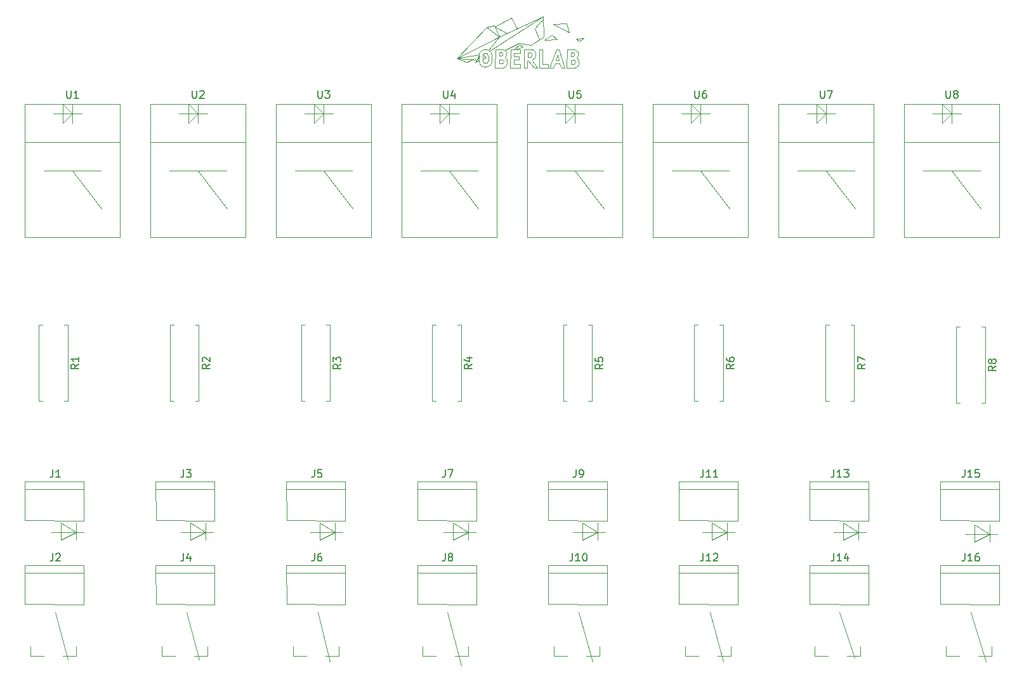
<source format=gbr>
%TF.GenerationSoftware,KiCad,Pcbnew,(5.1.9)-1*%
%TF.CreationDate,2021-04-13T13:52:40+02:00*%
%TF.ProjectId,Tasterplatine,54617374-6572-4706-9c61-74696e652e6b,rev?*%
%TF.SameCoordinates,Original*%
%TF.FileFunction,Legend,Top*%
%TF.FilePolarity,Positive*%
%FSLAX46Y46*%
G04 Gerber Fmt 4.6, Leading zero omitted, Abs format (unit mm)*
G04 Created by KiCad (PCBNEW (5.1.9)-1) date 2021-04-13 13:52:40*
%MOMM*%
%LPD*%
G01*
G04 APERTURE LIST*
%ADD10C,0.120000*%
%ADD11C,0.050000*%
%ADD12C,0.150000*%
G04 APERTURE END LIST*
D10*
X207518000Y-128778000D02*
X209296000Y-128778000D01*
X203200000Y-128778000D02*
X203200000Y-127508000D01*
X204978000Y-128778000D02*
X203200000Y-128778000D01*
X209296000Y-128778000D02*
X209296000Y-127508000D01*
X206502000Y-122936000D02*
X208500000Y-129500000D01*
X189992000Y-128778000D02*
X191770000Y-128778000D01*
X185674000Y-128778000D02*
X185674000Y-127508000D01*
X187452000Y-128778000D02*
X185674000Y-128778000D01*
X191770000Y-128778000D02*
X191770000Y-127508000D01*
X188976000Y-122936000D02*
X191000000Y-129000000D01*
X172720000Y-128778000D02*
X174498000Y-128778000D01*
X168402000Y-128778000D02*
X168402000Y-127508000D01*
X170180000Y-128778000D02*
X168402000Y-128778000D01*
X174498000Y-128778000D02*
X174498000Y-127508000D01*
X171704000Y-122936000D02*
X173500000Y-129500000D01*
X155194000Y-128778000D02*
X156972000Y-128778000D01*
X150876000Y-128778000D02*
X150876000Y-127508000D01*
X152654000Y-128778000D02*
X150876000Y-128778000D01*
X156972000Y-128778000D02*
X156972000Y-127508000D01*
X154178000Y-122936000D02*
X156000000Y-129500000D01*
X137668000Y-128778000D02*
X139446000Y-128778000D01*
X133350000Y-128778000D02*
X133350000Y-127508000D01*
X135128000Y-128778000D02*
X133350000Y-128778000D01*
X139446000Y-128778000D02*
X139446000Y-127508000D01*
X136652000Y-122936000D02*
X138500000Y-130000000D01*
X120396000Y-128778000D02*
X122174000Y-128778000D01*
X116078000Y-128778000D02*
X116078000Y-127508000D01*
X117856000Y-128778000D02*
X116078000Y-128778000D01*
X122174000Y-128778000D02*
X122174000Y-127508000D01*
X119380000Y-122936000D02*
X121000000Y-129500000D01*
X102870000Y-128778000D02*
X104648000Y-128778000D01*
X98552000Y-128778000D02*
X98552000Y-127508000D01*
X100330000Y-128778000D02*
X98552000Y-128778000D01*
X104648000Y-128778000D02*
X104648000Y-127508000D01*
X101854000Y-122936000D02*
X103500000Y-129286000D01*
X207010000Y-113538000D02*
X207010000Y-111252000D01*
X209042000Y-111252000D02*
X209042000Y-113538000D01*
X209042000Y-112522000D02*
X207010000Y-113538000D01*
X205740000Y-112522000D02*
X210058000Y-112522000D01*
X207010000Y-111252000D02*
X209042000Y-112522000D01*
X189484000Y-113284000D02*
X189484000Y-110998000D01*
X191516000Y-110998000D02*
X191516000Y-113284000D01*
X191516000Y-112268000D02*
X189484000Y-113284000D01*
X188214000Y-112268000D02*
X192532000Y-112268000D01*
X189484000Y-110998000D02*
X191516000Y-112268000D01*
X171958000Y-113284000D02*
X171958000Y-110998000D01*
X173990000Y-110998000D02*
X173990000Y-113284000D01*
X173990000Y-112268000D02*
X171958000Y-113284000D01*
X170688000Y-112268000D02*
X175006000Y-112268000D01*
X171958000Y-110998000D02*
X173990000Y-112268000D01*
X154686000Y-113284000D02*
X154686000Y-110998000D01*
X156718000Y-110998000D02*
X156718000Y-113284000D01*
X156718000Y-112268000D02*
X154686000Y-113284000D01*
X153416000Y-112268000D02*
X157734000Y-112268000D01*
X154686000Y-110998000D02*
X156718000Y-112268000D01*
X137414000Y-113284000D02*
X137414000Y-110998000D01*
X139446000Y-110998000D02*
X139446000Y-113284000D01*
X139446000Y-112268000D02*
X137414000Y-113284000D01*
X136144000Y-112268000D02*
X140462000Y-112268000D01*
X137414000Y-110998000D02*
X139446000Y-112268000D01*
X119634000Y-113284000D02*
X119634000Y-110998000D01*
X121666000Y-110998000D02*
X121666000Y-113284000D01*
X121666000Y-112268000D02*
X119634000Y-113284000D01*
X118364000Y-112268000D02*
X122682000Y-112268000D01*
X119634000Y-110998000D02*
X121666000Y-112268000D01*
X102362000Y-113284000D02*
X102362000Y-110998000D01*
X104394000Y-110998000D02*
X104394000Y-113284000D01*
X104394000Y-112268000D02*
X102362000Y-113284000D01*
X101092000Y-112268000D02*
X105410000Y-112268000D01*
X102362000Y-110998000D02*
X104394000Y-112268000D01*
X87122000Y-110998000D02*
X87122000Y-113284000D01*
X83820000Y-112268000D02*
X88138000Y-112268000D01*
X87122000Y-112268000D02*
X85090000Y-113284000D01*
X85090000Y-110998000D02*
X87122000Y-112268000D01*
X85090000Y-113284000D02*
X85090000Y-110998000D01*
X87122000Y-128778000D02*
X87122000Y-127508000D01*
X85344000Y-128778000D02*
X87122000Y-128778000D01*
X81026000Y-128778000D02*
X81026000Y-127508000D01*
X82804000Y-128778000D02*
X81026000Y-128778000D01*
X84328000Y-122936000D02*
X86000000Y-129286000D01*
%TO.C,U8*%
X202692000Y-57658000D02*
X203962000Y-56388000D01*
X202692000Y-55118000D02*
X202692000Y-57658000D01*
X203962000Y-56388000D02*
X202692000Y-55118000D01*
X203962000Y-57658000D02*
X203962000Y-56388000D01*
X203962000Y-55118000D02*
X203962000Y-57658000D01*
X201422000Y-56388000D02*
X205232000Y-56388000D01*
X207832000Y-69088000D02*
X203962000Y-64008000D01*
X200152000Y-64008000D02*
X207772000Y-64008000D01*
X197612000Y-60198000D02*
X210312000Y-60198000D01*
X197612000Y-72898000D02*
X197612000Y-55118000D01*
X210312000Y-72898000D02*
X197612000Y-72898000D01*
X210312000Y-55118000D02*
X210312000Y-72898000D01*
X197612000Y-55118000D02*
X210312000Y-55118000D01*
%TO.C,U7*%
X185928000Y-57658000D02*
X187198000Y-56388000D01*
X185928000Y-55118000D02*
X185928000Y-57658000D01*
X187198000Y-56388000D02*
X185928000Y-55118000D01*
X187198000Y-57658000D02*
X187198000Y-56388000D01*
X187198000Y-55118000D02*
X187198000Y-57658000D01*
X184658000Y-56388000D02*
X188468000Y-56388000D01*
X191068000Y-69088000D02*
X187198000Y-64008000D01*
X183388000Y-64008000D02*
X191008000Y-64008000D01*
X180848000Y-60198000D02*
X193548000Y-60198000D01*
X180848000Y-72898000D02*
X180848000Y-55118000D01*
X193548000Y-72898000D02*
X180848000Y-72898000D01*
X193548000Y-55118000D02*
X193548000Y-72898000D01*
X180848000Y-55118000D02*
X193548000Y-55118000D01*
%TO.C,U6*%
X169164000Y-57658000D02*
X170434000Y-56388000D01*
X169164000Y-55118000D02*
X169164000Y-57658000D01*
X170434000Y-56388000D02*
X169164000Y-55118000D01*
X170434000Y-57658000D02*
X170434000Y-56388000D01*
X170434000Y-55118000D02*
X170434000Y-57658000D01*
X167894000Y-56388000D02*
X171704000Y-56388000D01*
X174304000Y-69088000D02*
X170434000Y-64008000D01*
X166624000Y-64008000D02*
X174244000Y-64008000D01*
X164084000Y-60198000D02*
X176784000Y-60198000D01*
X164084000Y-72898000D02*
X164084000Y-55118000D01*
X176784000Y-72898000D02*
X164084000Y-72898000D01*
X176784000Y-55118000D02*
X176784000Y-72898000D01*
X164084000Y-55118000D02*
X176784000Y-55118000D01*
%TO.C,U5*%
X152400000Y-57658000D02*
X153670000Y-56388000D01*
X152400000Y-55118000D02*
X152400000Y-57658000D01*
X153670000Y-56388000D02*
X152400000Y-55118000D01*
X153670000Y-57658000D02*
X153670000Y-56388000D01*
X153670000Y-55118000D02*
X153670000Y-57658000D01*
X151130000Y-56388000D02*
X154940000Y-56388000D01*
X157540000Y-69088000D02*
X153670000Y-64008000D01*
X149860000Y-64008000D02*
X157480000Y-64008000D01*
X147320000Y-60198000D02*
X160020000Y-60198000D01*
X147320000Y-72898000D02*
X147320000Y-55118000D01*
X160020000Y-72898000D02*
X147320000Y-72898000D01*
X160020000Y-55118000D02*
X160020000Y-72898000D01*
X147320000Y-55118000D02*
X160020000Y-55118000D01*
%TO.C,U4*%
X135636000Y-57658000D02*
X136906000Y-56388000D01*
X135636000Y-55118000D02*
X135636000Y-57658000D01*
X136906000Y-56388000D02*
X135636000Y-55118000D01*
X136906000Y-57658000D02*
X136906000Y-56388000D01*
X136906000Y-55118000D02*
X136906000Y-57658000D01*
X134366000Y-56388000D02*
X138176000Y-56388000D01*
X140776000Y-69088000D02*
X136906000Y-64008000D01*
X133096000Y-64008000D02*
X140716000Y-64008000D01*
X130556000Y-60198000D02*
X143256000Y-60198000D01*
X130556000Y-72898000D02*
X130556000Y-55118000D01*
X143256000Y-72898000D02*
X130556000Y-72898000D01*
X143256000Y-55118000D02*
X143256000Y-72898000D01*
X130556000Y-55118000D02*
X143256000Y-55118000D01*
%TO.C,U3*%
X118872000Y-57658000D02*
X120142000Y-56388000D01*
X118872000Y-55118000D02*
X118872000Y-57658000D01*
X120142000Y-56388000D02*
X118872000Y-55118000D01*
X120142000Y-57658000D02*
X120142000Y-56388000D01*
X120142000Y-55118000D02*
X120142000Y-57658000D01*
X117602000Y-56388000D02*
X121412000Y-56388000D01*
X124012000Y-69088000D02*
X120142000Y-64008000D01*
X116332000Y-64008000D02*
X123952000Y-64008000D01*
X113792000Y-60198000D02*
X126492000Y-60198000D01*
X113792000Y-72898000D02*
X113792000Y-55118000D01*
X126492000Y-72898000D02*
X113792000Y-72898000D01*
X126492000Y-55118000D02*
X126492000Y-72898000D01*
X113792000Y-55118000D02*
X126492000Y-55118000D01*
%TO.C,U2*%
X102108000Y-57658000D02*
X103378000Y-56388000D01*
X102108000Y-55118000D02*
X102108000Y-57658000D01*
X103378000Y-56388000D02*
X102108000Y-55118000D01*
X103378000Y-57658000D02*
X103378000Y-56388000D01*
X103378000Y-55118000D02*
X103378000Y-57658000D01*
X100838000Y-56388000D02*
X104648000Y-56388000D01*
X107248000Y-69088000D02*
X103378000Y-64008000D01*
X99568000Y-64008000D02*
X107188000Y-64008000D01*
X97028000Y-60198000D02*
X109728000Y-60198000D01*
X97028000Y-72898000D02*
X97028000Y-55118000D01*
X109728000Y-72898000D02*
X97028000Y-72898000D01*
X109728000Y-55118000D02*
X109728000Y-72898000D01*
X97028000Y-55118000D02*
X109728000Y-55118000D01*
%TO.C,U1*%
X85344000Y-57658000D02*
X86614000Y-56388000D01*
X85344000Y-55118000D02*
X85344000Y-57658000D01*
X86614000Y-56388000D02*
X85344000Y-55118000D01*
X86614000Y-57658000D02*
X86614000Y-56388000D01*
X86614000Y-55118000D02*
X86614000Y-57658000D01*
X84074000Y-56388000D02*
X87884000Y-56388000D01*
X90484000Y-69088000D02*
X86614000Y-64008000D01*
X82804000Y-64008000D02*
X90424000Y-64008000D01*
X80264000Y-60198000D02*
X92964000Y-60198000D01*
X80264000Y-72898000D02*
X80264000Y-55118000D01*
X92964000Y-72898000D02*
X80264000Y-72898000D01*
X92964000Y-55118000D02*
X92964000Y-72898000D01*
X80264000Y-55118000D02*
X92964000Y-55118000D01*
%TO.C,G\u002A\u002A\u002A*%
X152300000Y-50275000D02*
X151525000Y-47825000D01*
D11*
X143600000Y-46150000D02*
X142125000Y-47875000D01*
D10*
X149375000Y-49800000D02*
X150125000Y-49800000D01*
X146200000Y-48750000D02*
X145550000Y-48750000D01*
X148900000Y-47800000D02*
X149350000Y-47800000D01*
X140900000Y-49350000D02*
X140900000Y-48650000D01*
X150125000Y-50250000D02*
X148875000Y-50250000D01*
X148875000Y-50250000D02*
X148900000Y-47800000D01*
X143550000Y-48250000D02*
X143550000Y-48700000D01*
X145100000Y-47800000D02*
X145050000Y-50250000D01*
X145550000Y-48750000D02*
X145550000Y-48300000D01*
X145050000Y-50250000D02*
X145150000Y-50250000D01*
X151050000Y-49675000D02*
X151650000Y-49675000D01*
X150800000Y-50275000D02*
X150300000Y-50275000D01*
X149350000Y-47800000D02*
X149375000Y-49800000D01*
X142600000Y-48650000D02*
X142600000Y-49350000D01*
X146200000Y-49200000D02*
X146200000Y-48750000D01*
X151525000Y-47825000D02*
X151200000Y-47825000D01*
X151900000Y-50275000D02*
X152300000Y-50275000D01*
X153125000Y-49725000D02*
X153575000Y-49725000D01*
D11*
X152550000Y-44350000D02*
X150750000Y-44400000D01*
D10*
X147300000Y-50250000D02*
X147300000Y-49300000D01*
D11*
X151325000Y-46450000D02*
X149650000Y-46550000D01*
X145925000Y-45000000D02*
X149400000Y-43375000D01*
X143600000Y-46150000D02*
X137950000Y-49000000D01*
X139275000Y-49475000D02*
X140100000Y-49125000D01*
D10*
X143550000Y-48700000D02*
X143850000Y-48700000D01*
X146400000Y-48300000D02*
X146400000Y-47800000D01*
X143550000Y-48200000D02*
X143800000Y-48200000D01*
D11*
X145175000Y-43575000D02*
X145925000Y-45000000D01*
D10*
X145550000Y-49200000D02*
X146200000Y-49200000D01*
X147450000Y-49300000D02*
X148200000Y-50250000D01*
X151200000Y-47825000D02*
X150300000Y-50275000D01*
X151075000Y-49275000D02*
X151575000Y-49275000D01*
X146850000Y-50250000D02*
X147300000Y-50250000D01*
X146400000Y-47800000D02*
X145100000Y-47800000D01*
X151650000Y-49675000D02*
X151900000Y-50275000D01*
X145550000Y-49750000D02*
X145550000Y-49200000D01*
X148600000Y-50250000D02*
X148700000Y-50250000D01*
D11*
X148300000Y-45000000D02*
X148875000Y-46500000D01*
D10*
X151350000Y-48525000D02*
X151075000Y-49275000D01*
X152625000Y-47825000D02*
X152575000Y-50275000D01*
D11*
X149425000Y-43775000D02*
X148300000Y-45000000D01*
D10*
X145550000Y-48300000D02*
X146400000Y-48300000D01*
X150125000Y-49800000D02*
X150125000Y-50250000D01*
D11*
X152900000Y-45525000D02*
X152550000Y-44350000D01*
D10*
X151575000Y-49275000D02*
X151350000Y-48525000D01*
X153125000Y-48275000D02*
X153125000Y-48725000D01*
D11*
X142875000Y-44575000D02*
X143600000Y-46150000D01*
D10*
X141400000Y-48650000D02*
X141400000Y-49350000D01*
D11*
X141450000Y-48500000D02*
X141775000Y-48900000D01*
D10*
X153125001Y-49220050D02*
X153525001Y-49220050D01*
X153525000Y-47838605D02*
X152625000Y-47825000D01*
X146400000Y-50250000D02*
X146400000Y-49750000D01*
D11*
X141850000Y-44825000D02*
X143600000Y-46150000D01*
D10*
X142100000Y-48650000D02*
X142100000Y-49300000D01*
X143550001Y-49195050D02*
X143950001Y-49195050D01*
X143950000Y-47813605D02*
X143050000Y-47800000D01*
X147350000Y-48800000D02*
X147850000Y-48800000D01*
D11*
X150625000Y-45875000D02*
X151325000Y-46450000D01*
D10*
X147300000Y-49300000D02*
X147450000Y-49300000D01*
X143000000Y-50250000D02*
X144200000Y-50250000D01*
D11*
X153850000Y-46400000D02*
X154850000Y-46250000D01*
X146700000Y-47450000D02*
X145725000Y-47800000D01*
D10*
X145150000Y-50250000D02*
X146400000Y-50250000D01*
X148200000Y-50250000D02*
X148600000Y-50250000D01*
X146400000Y-49750000D02*
X145550000Y-49750000D01*
D11*
X150750000Y-44400000D02*
X152900000Y-45525000D01*
D10*
X153125000Y-49225000D02*
X153125000Y-49725000D01*
D11*
X140350000Y-49525000D02*
X140925000Y-48725000D01*
D10*
X147350000Y-48250000D02*
X147350000Y-48800000D01*
D11*
X142300000Y-47975000D02*
X149400000Y-43375000D01*
X141775000Y-48900000D02*
X141400000Y-49075000D01*
X149400000Y-43375000D02*
X149475000Y-46100000D01*
X149625000Y-46550000D02*
X150625000Y-45875000D01*
X140900000Y-49250000D02*
X140350000Y-49525000D01*
D10*
X153125000Y-48225000D02*
X153375000Y-48225000D01*
X152575000Y-50275000D02*
X153775000Y-50275000D01*
D11*
X145925000Y-45000000D02*
X143600000Y-46150000D01*
D10*
X147958731Y-47794594D02*
X146850000Y-47800000D01*
X153125000Y-48725000D02*
X153425000Y-48725000D01*
X148700000Y-50250000D02*
X148000000Y-49300000D01*
X150800000Y-50275000D02*
X151050000Y-49675000D01*
D11*
X141850000Y-44825000D02*
X142875000Y-44575000D01*
D10*
X143050000Y-47800000D02*
X143000000Y-50250000D01*
D11*
X146300000Y-47175000D02*
X146700000Y-47450000D01*
D10*
X143550000Y-49700000D02*
X144000000Y-49700000D01*
D11*
X137950000Y-49000000D02*
X141850000Y-44825000D01*
X147850000Y-47225000D02*
X146175000Y-47000000D01*
X145525000Y-47775000D02*
X146300000Y-47175000D01*
X140850000Y-48525000D02*
X140625000Y-49150000D01*
X137950000Y-49000000D02*
X139275000Y-49475000D01*
D10*
X146850000Y-47800000D02*
X146850000Y-50250000D01*
X147800000Y-48250000D02*
X147350000Y-48250000D01*
D11*
X137950000Y-49000000D02*
X140850000Y-48525000D01*
X145175000Y-43575000D02*
X142975000Y-44750000D01*
X146175000Y-47000000D02*
X144350000Y-47900000D01*
X140625000Y-49150000D02*
X137950000Y-49000000D01*
X142975000Y-44750000D02*
X144550000Y-45650000D01*
X154850000Y-46250000D02*
X154275000Y-46725000D01*
D10*
X143550000Y-49200000D02*
X143550000Y-49700000D01*
D11*
X154275000Y-46725000D02*
X153850000Y-46400000D01*
X149475000Y-46100000D02*
X147850000Y-47225000D01*
D10*
X140900000Y-48650000D02*
G75*
G02*
X142600000Y-48650000I850000J0D01*
G01*
X147958731Y-47794594D02*
G75*
G02*
X147974999Y-49249999I-233731J-730406D01*
G01*
X142100000Y-49350000D02*
G75*
G02*
X141400000Y-49350000I-350000J0D01*
G01*
X153525000Y-47838605D02*
G75*
G02*
X153974999Y-48924999I0J-636395D01*
G01*
X141400000Y-48650000D02*
G75*
G02*
X142100000Y-48650000I350000J0D01*
G01*
X143789366Y-48207464D02*
G75*
G02*
X143850000Y-48700000I60634J-242536D01*
G01*
X144376256Y-48941064D02*
G75*
G02*
X144199999Y-50249999I-426256J-608936D01*
G01*
X153525001Y-49220050D02*
G75*
G02*
X153574999Y-49724999I-1J-254950D01*
G01*
X142600000Y-49350000D02*
G75*
G02*
X140900000Y-49350000I-850000J0D01*
G01*
X147850000Y-48250001D02*
G75*
G02*
X147849999Y-48799999I-125000J-274999D01*
G01*
X143950000Y-47813605D02*
G75*
G02*
X144399999Y-48899999I0J-636395D01*
G01*
X143950001Y-49195050D02*
G75*
G02*
X143999999Y-49699999I-1J-254950D01*
G01*
X153364366Y-48232464D02*
G75*
G02*
X153425000Y-48725000I60634J-242536D01*
G01*
X153951256Y-48966064D02*
G75*
G02*
X153774999Y-50274999I-426256J-608936D01*
G01*
%TO.C,J1*%
X80288000Y-106450000D02*
X88138000Y-106470000D01*
X88138000Y-110690000D02*
X88138000Y-105459600D01*
X80288000Y-110680400D02*
X88138000Y-110690000D01*
X80288000Y-110680400D02*
X80262600Y-105450000D01*
X80288000Y-105450000D02*
X88138000Y-105460000D01*
%TO.C,J2*%
X80288000Y-117626000D02*
X88138000Y-117646000D01*
X88138000Y-121866000D02*
X88138000Y-116635600D01*
X80288000Y-121856400D02*
X88138000Y-121866000D01*
X80288000Y-121856400D02*
X80262600Y-116626000D01*
X80288000Y-116626000D02*
X88138000Y-116636000D01*
%TO.C,J3*%
X97741428Y-105450000D02*
X105591428Y-105460000D01*
X97741428Y-110680400D02*
X97716028Y-105450000D01*
X97741428Y-110680400D02*
X105591428Y-110690000D01*
X105591428Y-110690000D02*
X105591428Y-105459600D01*
X97741428Y-106450000D02*
X105591428Y-106470000D01*
%TO.C,J4*%
X97741428Y-116626000D02*
X105591428Y-116636000D01*
X97741428Y-121856400D02*
X97716028Y-116626000D01*
X97741428Y-121856400D02*
X105591428Y-121866000D01*
X105591428Y-121866000D02*
X105591428Y-116635600D01*
X97741428Y-117626000D02*
X105591428Y-117646000D01*
%TO.C,J5*%
X115194856Y-105450000D02*
X123044856Y-105460000D01*
X115194856Y-110680400D02*
X115169456Y-105450000D01*
X115194856Y-110680400D02*
X123044856Y-110690000D01*
X123044856Y-110690000D02*
X123044856Y-105459600D01*
X115194856Y-106450000D02*
X123044856Y-106470000D01*
%TO.C,J6*%
X115194856Y-117626000D02*
X123044856Y-117646000D01*
X123044856Y-121866000D02*
X123044856Y-116635600D01*
X115194856Y-121856400D02*
X123044856Y-121866000D01*
X115194856Y-121856400D02*
X115169456Y-116626000D01*
X115194856Y-116626000D02*
X123044856Y-116636000D01*
%TO.C,J7*%
X132648284Y-106450000D02*
X140498284Y-106470000D01*
X140498284Y-110690000D02*
X140498284Y-105459600D01*
X132648284Y-110680400D02*
X140498284Y-110690000D01*
X132648284Y-110680400D02*
X132622884Y-105450000D01*
X132648284Y-105450000D02*
X140498284Y-105460000D01*
%TO.C,J8*%
X132648284Y-116626000D02*
X140498284Y-116636000D01*
X132648284Y-121856400D02*
X132622884Y-116626000D01*
X132648284Y-121856400D02*
X140498284Y-121866000D01*
X140498284Y-121866000D02*
X140498284Y-116635600D01*
X132648284Y-117626000D02*
X140498284Y-117646000D01*
%TO.C,J9*%
X150101712Y-105450000D02*
X157951712Y-105460000D01*
X150101712Y-110680400D02*
X150076312Y-105450000D01*
X150101712Y-110680400D02*
X157951712Y-110690000D01*
X157951712Y-110690000D02*
X157951712Y-105459600D01*
X150101712Y-106450000D02*
X157951712Y-106470000D01*
%TO.C,J10*%
X150101712Y-117626000D02*
X157951712Y-117646000D01*
X157951712Y-121866000D02*
X157951712Y-116635600D01*
X150101712Y-121856400D02*
X157951712Y-121866000D01*
X150101712Y-121856400D02*
X150076312Y-116626000D01*
X150101712Y-116626000D02*
X157951712Y-116636000D01*
%TO.C,J11*%
X167555140Y-106450000D02*
X175405140Y-106470000D01*
X175405140Y-110690000D02*
X175405140Y-105459600D01*
X167555140Y-110680400D02*
X175405140Y-110690000D01*
X167555140Y-110680400D02*
X167529740Y-105450000D01*
X167555140Y-105450000D02*
X175405140Y-105460000D01*
%TO.C,J12*%
X167555140Y-116626000D02*
X175405140Y-116636000D01*
X167555140Y-121856400D02*
X167529740Y-116626000D01*
X167555140Y-121856400D02*
X175405140Y-121866000D01*
X175405140Y-121866000D02*
X175405140Y-116635600D01*
X167555140Y-117626000D02*
X175405140Y-117646000D01*
%TO.C,J13*%
X185008568Y-105450000D02*
X192858568Y-105460000D01*
X185008568Y-110680400D02*
X184983168Y-105450000D01*
X185008568Y-110680400D02*
X192858568Y-110690000D01*
X192858568Y-110690000D02*
X192858568Y-105459600D01*
X185008568Y-106450000D02*
X192858568Y-106470000D01*
%TO.C,J14*%
X185008568Y-117626000D02*
X192858568Y-117646000D01*
X192858568Y-121866000D02*
X192858568Y-116635600D01*
X185008568Y-121856400D02*
X192858568Y-121866000D01*
X185008568Y-121856400D02*
X184983168Y-116626000D01*
X185008568Y-116626000D02*
X192858568Y-116636000D01*
%TO.C,J15*%
X202462000Y-106450000D02*
X210312000Y-106470000D01*
X210312000Y-110690000D02*
X210312000Y-105459600D01*
X202462000Y-110680400D02*
X210312000Y-110690000D01*
X202462000Y-110680400D02*
X202436600Y-105450000D01*
X202462000Y-105450000D02*
X210312000Y-105460000D01*
%TO.C,J16*%
X202462000Y-116626000D02*
X210312000Y-116636000D01*
X202462000Y-121856400D02*
X202436600Y-116626000D01*
X202462000Y-121856400D02*
X210312000Y-121866000D01*
X210312000Y-121866000D02*
X210312000Y-116635600D01*
X202462000Y-117626000D02*
X210312000Y-117646000D01*
%TO.C,R1*%
X82154000Y-94732000D02*
X82634000Y-94732000D01*
X82154000Y-84592000D02*
X82154000Y-94732000D01*
X82634000Y-84592000D02*
X82154000Y-84592000D01*
X85994000Y-94732000D02*
X85514000Y-94732000D01*
X85994000Y-84592000D02*
X85994000Y-94732000D01*
X85514000Y-84592000D02*
X85994000Y-84592000D01*
%TO.C,R2*%
X99643714Y-94732000D02*
X100123714Y-94732000D01*
X99643714Y-84592000D02*
X99643714Y-94732000D01*
X100123714Y-84592000D02*
X99643714Y-84592000D01*
X103483714Y-94732000D02*
X103003714Y-94732000D01*
X103483714Y-84592000D02*
X103483714Y-94732000D01*
X103003714Y-84592000D02*
X103483714Y-84592000D01*
%TO.C,R3*%
X120493428Y-84592000D02*
X120973428Y-84592000D01*
X120973428Y-84592000D02*
X120973428Y-94732000D01*
X120973428Y-94732000D02*
X120493428Y-94732000D01*
X117613428Y-84592000D02*
X117133428Y-84592000D01*
X117133428Y-84592000D02*
X117133428Y-94732000D01*
X117133428Y-94732000D02*
X117613428Y-94732000D01*
%TO.C,R4*%
X137983142Y-84592000D02*
X138463142Y-84592000D01*
X138463142Y-84592000D02*
X138463142Y-94732000D01*
X138463142Y-94732000D02*
X137983142Y-94732000D01*
X135103142Y-84592000D02*
X134623142Y-84592000D01*
X134623142Y-84592000D02*
X134623142Y-94732000D01*
X134623142Y-94732000D02*
X135103142Y-94732000D01*
%TO.C,R5*%
X152112856Y-94732000D02*
X152592856Y-94732000D01*
X152112856Y-84592000D02*
X152112856Y-94732000D01*
X152592856Y-84592000D02*
X152112856Y-84592000D01*
X155952856Y-94732000D02*
X155472856Y-94732000D01*
X155952856Y-84592000D02*
X155952856Y-94732000D01*
X155472856Y-84592000D02*
X155952856Y-84592000D01*
%TO.C,R6*%
X169602570Y-94732000D02*
X170082570Y-94732000D01*
X169602570Y-84592000D02*
X169602570Y-94732000D01*
X170082570Y-84592000D02*
X169602570Y-84592000D01*
X173442570Y-94732000D02*
X172962570Y-94732000D01*
X173442570Y-84592000D02*
X173442570Y-94732000D01*
X172962570Y-84592000D02*
X173442570Y-84592000D01*
%TO.C,R7*%
X190452284Y-84592000D02*
X190932284Y-84592000D01*
X190932284Y-84592000D02*
X190932284Y-94732000D01*
X190932284Y-94732000D02*
X190452284Y-94732000D01*
X187572284Y-84592000D02*
X187092284Y-84592000D01*
X187092284Y-84592000D02*
X187092284Y-94732000D01*
X187092284Y-94732000D02*
X187572284Y-94732000D01*
%TO.C,R8*%
X207942000Y-84846000D02*
X208422000Y-84846000D01*
X208422000Y-84846000D02*
X208422000Y-94986000D01*
X208422000Y-94986000D02*
X207942000Y-94986000D01*
X205062000Y-84846000D02*
X204582000Y-84846000D01*
X204582000Y-84846000D02*
X204582000Y-94986000D01*
X204582000Y-94986000D02*
X205062000Y-94986000D01*
%TO.C,U8*%
D12*
X203200095Y-53300380D02*
X203200095Y-54109904D01*
X203247714Y-54205142D01*
X203295333Y-54252761D01*
X203390571Y-54300380D01*
X203581047Y-54300380D01*
X203676285Y-54252761D01*
X203723904Y-54205142D01*
X203771523Y-54109904D01*
X203771523Y-53300380D01*
X204390571Y-53728952D02*
X204295333Y-53681333D01*
X204247714Y-53633714D01*
X204200095Y-53538476D01*
X204200095Y-53490857D01*
X204247714Y-53395619D01*
X204295333Y-53348000D01*
X204390571Y-53300380D01*
X204581047Y-53300380D01*
X204676285Y-53348000D01*
X204723904Y-53395619D01*
X204771523Y-53490857D01*
X204771523Y-53538476D01*
X204723904Y-53633714D01*
X204676285Y-53681333D01*
X204581047Y-53728952D01*
X204390571Y-53728952D01*
X204295333Y-53776571D01*
X204247714Y-53824190D01*
X204200095Y-53919428D01*
X204200095Y-54109904D01*
X204247714Y-54205142D01*
X204295333Y-54252761D01*
X204390571Y-54300380D01*
X204581047Y-54300380D01*
X204676285Y-54252761D01*
X204723904Y-54205142D01*
X204771523Y-54109904D01*
X204771523Y-53919428D01*
X204723904Y-53824190D01*
X204676285Y-53776571D01*
X204581047Y-53728952D01*
%TO.C,U7*%
X186436095Y-53300380D02*
X186436095Y-54109904D01*
X186483714Y-54205142D01*
X186531333Y-54252761D01*
X186626571Y-54300380D01*
X186817047Y-54300380D01*
X186912285Y-54252761D01*
X186959904Y-54205142D01*
X187007523Y-54109904D01*
X187007523Y-53300380D01*
X187388476Y-53300380D02*
X188055142Y-53300380D01*
X187626571Y-54300380D01*
%TO.C,U6*%
X169672095Y-53300380D02*
X169672095Y-54109904D01*
X169719714Y-54205142D01*
X169767333Y-54252761D01*
X169862571Y-54300380D01*
X170053047Y-54300380D01*
X170148285Y-54252761D01*
X170195904Y-54205142D01*
X170243523Y-54109904D01*
X170243523Y-53300380D01*
X171148285Y-53300380D02*
X170957809Y-53300380D01*
X170862571Y-53348000D01*
X170814952Y-53395619D01*
X170719714Y-53538476D01*
X170672095Y-53728952D01*
X170672095Y-54109904D01*
X170719714Y-54205142D01*
X170767333Y-54252761D01*
X170862571Y-54300380D01*
X171053047Y-54300380D01*
X171148285Y-54252761D01*
X171195904Y-54205142D01*
X171243523Y-54109904D01*
X171243523Y-53871809D01*
X171195904Y-53776571D01*
X171148285Y-53728952D01*
X171053047Y-53681333D01*
X170862571Y-53681333D01*
X170767333Y-53728952D01*
X170719714Y-53776571D01*
X170672095Y-53871809D01*
%TO.C,U5*%
X152908095Y-53300380D02*
X152908095Y-54109904D01*
X152955714Y-54205142D01*
X153003333Y-54252761D01*
X153098571Y-54300380D01*
X153289047Y-54300380D01*
X153384285Y-54252761D01*
X153431904Y-54205142D01*
X153479523Y-54109904D01*
X153479523Y-53300380D01*
X154431904Y-53300380D02*
X153955714Y-53300380D01*
X153908095Y-53776571D01*
X153955714Y-53728952D01*
X154050952Y-53681333D01*
X154289047Y-53681333D01*
X154384285Y-53728952D01*
X154431904Y-53776571D01*
X154479523Y-53871809D01*
X154479523Y-54109904D01*
X154431904Y-54205142D01*
X154384285Y-54252761D01*
X154289047Y-54300380D01*
X154050952Y-54300380D01*
X153955714Y-54252761D01*
X153908095Y-54205142D01*
%TO.C,U4*%
X136144095Y-53300380D02*
X136144095Y-54109904D01*
X136191714Y-54205142D01*
X136239333Y-54252761D01*
X136334571Y-54300380D01*
X136525047Y-54300380D01*
X136620285Y-54252761D01*
X136667904Y-54205142D01*
X136715523Y-54109904D01*
X136715523Y-53300380D01*
X137620285Y-53633714D02*
X137620285Y-54300380D01*
X137382190Y-53252761D02*
X137144095Y-53967047D01*
X137763142Y-53967047D01*
%TO.C,U3*%
X119380095Y-53300380D02*
X119380095Y-54109904D01*
X119427714Y-54205142D01*
X119475333Y-54252761D01*
X119570571Y-54300380D01*
X119761047Y-54300380D01*
X119856285Y-54252761D01*
X119903904Y-54205142D01*
X119951523Y-54109904D01*
X119951523Y-53300380D01*
X120332476Y-53300380D02*
X120951523Y-53300380D01*
X120618190Y-53681333D01*
X120761047Y-53681333D01*
X120856285Y-53728952D01*
X120903904Y-53776571D01*
X120951523Y-53871809D01*
X120951523Y-54109904D01*
X120903904Y-54205142D01*
X120856285Y-54252761D01*
X120761047Y-54300380D01*
X120475333Y-54300380D01*
X120380095Y-54252761D01*
X120332476Y-54205142D01*
%TO.C,U2*%
X102616095Y-53300380D02*
X102616095Y-54109904D01*
X102663714Y-54205142D01*
X102711333Y-54252761D01*
X102806571Y-54300380D01*
X102997047Y-54300380D01*
X103092285Y-54252761D01*
X103139904Y-54205142D01*
X103187523Y-54109904D01*
X103187523Y-53300380D01*
X103616095Y-53395619D02*
X103663714Y-53348000D01*
X103758952Y-53300380D01*
X103997047Y-53300380D01*
X104092285Y-53348000D01*
X104139904Y-53395619D01*
X104187523Y-53490857D01*
X104187523Y-53586095D01*
X104139904Y-53728952D01*
X103568476Y-54300380D01*
X104187523Y-54300380D01*
%TO.C,U1*%
X85852095Y-53300380D02*
X85852095Y-54109904D01*
X85899714Y-54205142D01*
X85947333Y-54252761D01*
X86042571Y-54300380D01*
X86233047Y-54300380D01*
X86328285Y-54252761D01*
X86375904Y-54205142D01*
X86423523Y-54109904D01*
X86423523Y-53300380D01*
X87423523Y-54300380D02*
X86852095Y-54300380D01*
X87137809Y-54300380D02*
X87137809Y-53300380D01*
X87042571Y-53443238D01*
X86947333Y-53538476D01*
X86852095Y-53586095D01*
%TO.C,J1*%
X83994666Y-103902380D02*
X83994666Y-104616666D01*
X83947047Y-104759523D01*
X83851809Y-104854761D01*
X83708952Y-104902380D01*
X83613714Y-104902380D01*
X84994666Y-104902380D02*
X84423238Y-104902380D01*
X84708952Y-104902380D02*
X84708952Y-103902380D01*
X84613714Y-104045238D01*
X84518476Y-104140476D01*
X84423238Y-104188095D01*
%TO.C,J2*%
X83994666Y-115078380D02*
X83994666Y-115792666D01*
X83947047Y-115935523D01*
X83851809Y-116030761D01*
X83708952Y-116078380D01*
X83613714Y-116078380D01*
X84423238Y-115173619D02*
X84470857Y-115126000D01*
X84566095Y-115078380D01*
X84804190Y-115078380D01*
X84899428Y-115126000D01*
X84947047Y-115173619D01*
X84994666Y-115268857D01*
X84994666Y-115364095D01*
X84947047Y-115506952D01*
X84375619Y-116078380D01*
X84994666Y-116078380D01*
%TO.C,J3*%
X101448094Y-103902380D02*
X101448094Y-104616666D01*
X101400475Y-104759523D01*
X101305237Y-104854761D01*
X101162380Y-104902380D01*
X101067142Y-104902380D01*
X101829047Y-103902380D02*
X102448094Y-103902380D01*
X102114761Y-104283333D01*
X102257618Y-104283333D01*
X102352856Y-104330952D01*
X102400475Y-104378571D01*
X102448094Y-104473809D01*
X102448094Y-104711904D01*
X102400475Y-104807142D01*
X102352856Y-104854761D01*
X102257618Y-104902380D01*
X101971904Y-104902380D01*
X101876666Y-104854761D01*
X101829047Y-104807142D01*
%TO.C,J4*%
X101448094Y-115078380D02*
X101448094Y-115792666D01*
X101400475Y-115935523D01*
X101305237Y-116030761D01*
X101162380Y-116078380D01*
X101067142Y-116078380D01*
X102352856Y-115411714D02*
X102352856Y-116078380D01*
X102114761Y-115030761D02*
X101876666Y-115745047D01*
X102495713Y-115745047D01*
%TO.C,J5*%
X118901522Y-103902380D02*
X118901522Y-104616666D01*
X118853903Y-104759523D01*
X118758665Y-104854761D01*
X118615808Y-104902380D01*
X118520570Y-104902380D01*
X119853903Y-103902380D02*
X119377713Y-103902380D01*
X119330094Y-104378571D01*
X119377713Y-104330952D01*
X119472951Y-104283333D01*
X119711046Y-104283333D01*
X119806284Y-104330952D01*
X119853903Y-104378571D01*
X119901522Y-104473809D01*
X119901522Y-104711904D01*
X119853903Y-104807142D01*
X119806284Y-104854761D01*
X119711046Y-104902380D01*
X119472951Y-104902380D01*
X119377713Y-104854761D01*
X119330094Y-104807142D01*
%TO.C,J6*%
X118901522Y-115078380D02*
X118901522Y-115792666D01*
X118853903Y-115935523D01*
X118758665Y-116030761D01*
X118615808Y-116078380D01*
X118520570Y-116078380D01*
X119806284Y-115078380D02*
X119615808Y-115078380D01*
X119520570Y-115126000D01*
X119472951Y-115173619D01*
X119377713Y-115316476D01*
X119330094Y-115506952D01*
X119330094Y-115887904D01*
X119377713Y-115983142D01*
X119425332Y-116030761D01*
X119520570Y-116078380D01*
X119711046Y-116078380D01*
X119806284Y-116030761D01*
X119853903Y-115983142D01*
X119901522Y-115887904D01*
X119901522Y-115649809D01*
X119853903Y-115554571D01*
X119806284Y-115506952D01*
X119711046Y-115459333D01*
X119520570Y-115459333D01*
X119425332Y-115506952D01*
X119377713Y-115554571D01*
X119330094Y-115649809D01*
%TO.C,J7*%
X136354950Y-103902380D02*
X136354950Y-104616666D01*
X136307331Y-104759523D01*
X136212093Y-104854761D01*
X136069236Y-104902380D01*
X135973998Y-104902380D01*
X136735903Y-103902380D02*
X137402569Y-103902380D01*
X136973998Y-104902380D01*
%TO.C,J8*%
X136354950Y-115078380D02*
X136354950Y-115792666D01*
X136307331Y-115935523D01*
X136212093Y-116030761D01*
X136069236Y-116078380D01*
X135973998Y-116078380D01*
X136973998Y-115506952D02*
X136878760Y-115459333D01*
X136831141Y-115411714D01*
X136783522Y-115316476D01*
X136783522Y-115268857D01*
X136831141Y-115173619D01*
X136878760Y-115126000D01*
X136973998Y-115078380D01*
X137164474Y-115078380D01*
X137259712Y-115126000D01*
X137307331Y-115173619D01*
X137354950Y-115268857D01*
X137354950Y-115316476D01*
X137307331Y-115411714D01*
X137259712Y-115459333D01*
X137164474Y-115506952D01*
X136973998Y-115506952D01*
X136878760Y-115554571D01*
X136831141Y-115602190D01*
X136783522Y-115697428D01*
X136783522Y-115887904D01*
X136831141Y-115983142D01*
X136878760Y-116030761D01*
X136973998Y-116078380D01*
X137164474Y-116078380D01*
X137259712Y-116030761D01*
X137307331Y-115983142D01*
X137354950Y-115887904D01*
X137354950Y-115697428D01*
X137307331Y-115602190D01*
X137259712Y-115554571D01*
X137164474Y-115506952D01*
%TO.C,J9*%
X153808378Y-103902380D02*
X153808378Y-104616666D01*
X153760759Y-104759523D01*
X153665521Y-104854761D01*
X153522664Y-104902380D01*
X153427426Y-104902380D01*
X154332188Y-104902380D02*
X154522664Y-104902380D01*
X154617902Y-104854761D01*
X154665521Y-104807142D01*
X154760759Y-104664285D01*
X154808378Y-104473809D01*
X154808378Y-104092857D01*
X154760759Y-103997619D01*
X154713140Y-103950000D01*
X154617902Y-103902380D01*
X154427426Y-103902380D01*
X154332188Y-103950000D01*
X154284569Y-103997619D01*
X154236950Y-104092857D01*
X154236950Y-104330952D01*
X154284569Y-104426190D01*
X154332188Y-104473809D01*
X154427426Y-104521428D01*
X154617902Y-104521428D01*
X154713140Y-104473809D01*
X154760759Y-104426190D01*
X154808378Y-104330952D01*
%TO.C,J10*%
X153332188Y-115078380D02*
X153332188Y-115792666D01*
X153284569Y-115935523D01*
X153189331Y-116030761D01*
X153046473Y-116078380D01*
X152951235Y-116078380D01*
X154332188Y-116078380D02*
X153760759Y-116078380D01*
X154046473Y-116078380D02*
X154046473Y-115078380D01*
X153951235Y-115221238D01*
X153855997Y-115316476D01*
X153760759Y-115364095D01*
X154951235Y-115078380D02*
X155046473Y-115078380D01*
X155141712Y-115126000D01*
X155189331Y-115173619D01*
X155236950Y-115268857D01*
X155284569Y-115459333D01*
X155284569Y-115697428D01*
X155236950Y-115887904D01*
X155189331Y-115983142D01*
X155141712Y-116030761D01*
X155046473Y-116078380D01*
X154951235Y-116078380D01*
X154855997Y-116030761D01*
X154808378Y-115983142D01*
X154760759Y-115887904D01*
X154713140Y-115697428D01*
X154713140Y-115459333D01*
X154760759Y-115268857D01*
X154808378Y-115173619D01*
X154855997Y-115126000D01*
X154951235Y-115078380D01*
%TO.C,J11*%
X170785616Y-103902380D02*
X170785616Y-104616666D01*
X170737997Y-104759523D01*
X170642759Y-104854761D01*
X170499901Y-104902380D01*
X170404663Y-104902380D01*
X171785616Y-104902380D02*
X171214187Y-104902380D01*
X171499901Y-104902380D02*
X171499901Y-103902380D01*
X171404663Y-104045238D01*
X171309425Y-104140476D01*
X171214187Y-104188095D01*
X172737997Y-104902380D02*
X172166568Y-104902380D01*
X172452282Y-104902380D02*
X172452282Y-103902380D01*
X172357044Y-104045238D01*
X172261806Y-104140476D01*
X172166568Y-104188095D01*
%TO.C,J12*%
X170785616Y-115078380D02*
X170785616Y-115792666D01*
X170737997Y-115935523D01*
X170642759Y-116030761D01*
X170499901Y-116078380D01*
X170404663Y-116078380D01*
X171785616Y-116078380D02*
X171214187Y-116078380D01*
X171499901Y-116078380D02*
X171499901Y-115078380D01*
X171404663Y-115221238D01*
X171309425Y-115316476D01*
X171214187Y-115364095D01*
X172166568Y-115173619D02*
X172214187Y-115126000D01*
X172309425Y-115078380D01*
X172547520Y-115078380D01*
X172642759Y-115126000D01*
X172690378Y-115173619D01*
X172737997Y-115268857D01*
X172737997Y-115364095D01*
X172690378Y-115506952D01*
X172118949Y-116078380D01*
X172737997Y-116078380D01*
%TO.C,J13*%
X188239044Y-103902380D02*
X188239044Y-104616666D01*
X188191425Y-104759523D01*
X188096187Y-104854761D01*
X187953329Y-104902380D01*
X187858091Y-104902380D01*
X189239044Y-104902380D02*
X188667615Y-104902380D01*
X188953329Y-104902380D02*
X188953329Y-103902380D01*
X188858091Y-104045238D01*
X188762853Y-104140476D01*
X188667615Y-104188095D01*
X189572377Y-103902380D02*
X190191425Y-103902380D01*
X189858091Y-104283333D01*
X190000948Y-104283333D01*
X190096187Y-104330952D01*
X190143806Y-104378571D01*
X190191425Y-104473809D01*
X190191425Y-104711904D01*
X190143806Y-104807142D01*
X190096187Y-104854761D01*
X190000948Y-104902380D01*
X189715234Y-104902380D01*
X189619996Y-104854761D01*
X189572377Y-104807142D01*
%TO.C,J14*%
X188239044Y-115078380D02*
X188239044Y-115792666D01*
X188191425Y-115935523D01*
X188096187Y-116030761D01*
X187953329Y-116078380D01*
X187858091Y-116078380D01*
X189239044Y-116078380D02*
X188667615Y-116078380D01*
X188953329Y-116078380D02*
X188953329Y-115078380D01*
X188858091Y-115221238D01*
X188762853Y-115316476D01*
X188667615Y-115364095D01*
X190096187Y-115411714D02*
X190096187Y-116078380D01*
X189858091Y-115030761D02*
X189619996Y-115745047D01*
X190239044Y-115745047D01*
%TO.C,J15*%
X205692476Y-103902380D02*
X205692476Y-104616666D01*
X205644857Y-104759523D01*
X205549619Y-104854761D01*
X205406761Y-104902380D01*
X205311523Y-104902380D01*
X206692476Y-104902380D02*
X206121047Y-104902380D01*
X206406761Y-104902380D02*
X206406761Y-103902380D01*
X206311523Y-104045238D01*
X206216285Y-104140476D01*
X206121047Y-104188095D01*
X207597238Y-103902380D02*
X207121047Y-103902380D01*
X207073428Y-104378571D01*
X207121047Y-104330952D01*
X207216285Y-104283333D01*
X207454380Y-104283333D01*
X207549619Y-104330952D01*
X207597238Y-104378571D01*
X207644857Y-104473809D01*
X207644857Y-104711904D01*
X207597238Y-104807142D01*
X207549619Y-104854761D01*
X207454380Y-104902380D01*
X207216285Y-104902380D01*
X207121047Y-104854761D01*
X207073428Y-104807142D01*
%TO.C,J16*%
X205692476Y-115078380D02*
X205692476Y-115792666D01*
X205644857Y-115935523D01*
X205549619Y-116030761D01*
X205406761Y-116078380D01*
X205311523Y-116078380D01*
X206692476Y-116078380D02*
X206121047Y-116078380D01*
X206406761Y-116078380D02*
X206406761Y-115078380D01*
X206311523Y-115221238D01*
X206216285Y-115316476D01*
X206121047Y-115364095D01*
X207549619Y-115078380D02*
X207359142Y-115078380D01*
X207263904Y-115126000D01*
X207216285Y-115173619D01*
X207121047Y-115316476D01*
X207073428Y-115506952D01*
X207073428Y-115887904D01*
X207121047Y-115983142D01*
X207168666Y-116030761D01*
X207263904Y-116078380D01*
X207454380Y-116078380D01*
X207549619Y-116030761D01*
X207597238Y-115983142D01*
X207644857Y-115887904D01*
X207644857Y-115649809D01*
X207597238Y-115554571D01*
X207549619Y-115506952D01*
X207454380Y-115459333D01*
X207263904Y-115459333D01*
X207168666Y-115506952D01*
X207121047Y-115554571D01*
X207073428Y-115649809D01*
%TO.C,R1*%
X87446380Y-89828666D02*
X86970190Y-90162000D01*
X87446380Y-90400095D02*
X86446380Y-90400095D01*
X86446380Y-90019142D01*
X86494000Y-89923904D01*
X86541619Y-89876285D01*
X86636857Y-89828666D01*
X86779714Y-89828666D01*
X86874952Y-89876285D01*
X86922571Y-89923904D01*
X86970190Y-90019142D01*
X86970190Y-90400095D01*
X87446380Y-88876285D02*
X87446380Y-89447714D01*
X87446380Y-89162000D02*
X86446380Y-89162000D01*
X86589238Y-89257238D01*
X86684476Y-89352476D01*
X86732095Y-89447714D01*
%TO.C,R2*%
X104936094Y-89828666D02*
X104459904Y-90162000D01*
X104936094Y-90400095D02*
X103936094Y-90400095D01*
X103936094Y-90019142D01*
X103983714Y-89923904D01*
X104031333Y-89876285D01*
X104126571Y-89828666D01*
X104269428Y-89828666D01*
X104364666Y-89876285D01*
X104412285Y-89923904D01*
X104459904Y-90019142D01*
X104459904Y-90400095D01*
X104031333Y-89447714D02*
X103983714Y-89400095D01*
X103936094Y-89304857D01*
X103936094Y-89066761D01*
X103983714Y-88971523D01*
X104031333Y-88923904D01*
X104126571Y-88876285D01*
X104221809Y-88876285D01*
X104364666Y-88923904D01*
X104936094Y-89495333D01*
X104936094Y-88876285D01*
%TO.C,R3*%
X122425808Y-89828666D02*
X121949618Y-90162000D01*
X122425808Y-90400095D02*
X121425808Y-90400095D01*
X121425808Y-90019142D01*
X121473428Y-89923904D01*
X121521047Y-89876285D01*
X121616285Y-89828666D01*
X121759142Y-89828666D01*
X121854380Y-89876285D01*
X121901999Y-89923904D01*
X121949618Y-90019142D01*
X121949618Y-90400095D01*
X121425808Y-89495333D02*
X121425808Y-88876285D01*
X121806761Y-89209619D01*
X121806761Y-89066761D01*
X121854380Y-88971523D01*
X121901999Y-88923904D01*
X121997237Y-88876285D01*
X122235332Y-88876285D01*
X122330570Y-88923904D01*
X122378189Y-88971523D01*
X122425808Y-89066761D01*
X122425808Y-89352476D01*
X122378189Y-89447714D01*
X122330570Y-89495333D01*
%TO.C,R4*%
X139915522Y-89828666D02*
X139439332Y-90162000D01*
X139915522Y-90400095D02*
X138915522Y-90400095D01*
X138915522Y-90019142D01*
X138963142Y-89923904D01*
X139010761Y-89876285D01*
X139105999Y-89828666D01*
X139248856Y-89828666D01*
X139344094Y-89876285D01*
X139391713Y-89923904D01*
X139439332Y-90019142D01*
X139439332Y-90400095D01*
X139248856Y-88971523D02*
X139915522Y-88971523D01*
X138867903Y-89209619D02*
X139582189Y-89447714D01*
X139582189Y-88828666D01*
%TO.C,R5*%
X157405236Y-89828666D02*
X156929046Y-90162000D01*
X157405236Y-90400095D02*
X156405236Y-90400095D01*
X156405236Y-90019142D01*
X156452856Y-89923904D01*
X156500475Y-89876285D01*
X156595713Y-89828666D01*
X156738570Y-89828666D01*
X156833808Y-89876285D01*
X156881427Y-89923904D01*
X156929046Y-90019142D01*
X156929046Y-90400095D01*
X156405236Y-88923904D02*
X156405236Y-89400095D01*
X156881427Y-89447714D01*
X156833808Y-89400095D01*
X156786189Y-89304857D01*
X156786189Y-89066761D01*
X156833808Y-88971523D01*
X156881427Y-88923904D01*
X156976665Y-88876285D01*
X157214760Y-88876285D01*
X157309998Y-88923904D01*
X157357617Y-88971523D01*
X157405236Y-89066761D01*
X157405236Y-89304857D01*
X157357617Y-89400095D01*
X157309998Y-89447714D01*
%TO.C,R6*%
X174894950Y-89828666D02*
X174418760Y-90162000D01*
X174894950Y-90400095D02*
X173894950Y-90400095D01*
X173894950Y-90019142D01*
X173942570Y-89923904D01*
X173990189Y-89876285D01*
X174085427Y-89828666D01*
X174228284Y-89828666D01*
X174323522Y-89876285D01*
X174371141Y-89923904D01*
X174418760Y-90019142D01*
X174418760Y-90400095D01*
X173894950Y-88971523D02*
X173894950Y-89162000D01*
X173942570Y-89257238D01*
X173990189Y-89304857D01*
X174133046Y-89400095D01*
X174323522Y-89447714D01*
X174704474Y-89447714D01*
X174799712Y-89400095D01*
X174847331Y-89352476D01*
X174894950Y-89257238D01*
X174894950Y-89066761D01*
X174847331Y-88971523D01*
X174799712Y-88923904D01*
X174704474Y-88876285D01*
X174466379Y-88876285D01*
X174371141Y-88923904D01*
X174323522Y-88971523D01*
X174275903Y-89066761D01*
X174275903Y-89257238D01*
X174323522Y-89352476D01*
X174371141Y-89400095D01*
X174466379Y-89447714D01*
%TO.C,R7*%
X192384664Y-89828666D02*
X191908474Y-90162000D01*
X192384664Y-90400095D02*
X191384664Y-90400095D01*
X191384664Y-90019142D01*
X191432284Y-89923904D01*
X191479903Y-89876285D01*
X191575141Y-89828666D01*
X191717998Y-89828666D01*
X191813236Y-89876285D01*
X191860855Y-89923904D01*
X191908474Y-90019142D01*
X191908474Y-90400095D01*
X191384664Y-89495333D02*
X191384664Y-88828666D01*
X192384664Y-89257238D01*
%TO.C,R8*%
X209874380Y-90082666D02*
X209398190Y-90416000D01*
X209874380Y-90654095D02*
X208874380Y-90654095D01*
X208874380Y-90273142D01*
X208922000Y-90177904D01*
X208969619Y-90130285D01*
X209064857Y-90082666D01*
X209207714Y-90082666D01*
X209302952Y-90130285D01*
X209350571Y-90177904D01*
X209398190Y-90273142D01*
X209398190Y-90654095D01*
X209302952Y-89511238D02*
X209255333Y-89606476D01*
X209207714Y-89654095D01*
X209112476Y-89701714D01*
X209064857Y-89701714D01*
X208969619Y-89654095D01*
X208922000Y-89606476D01*
X208874380Y-89511238D01*
X208874380Y-89320761D01*
X208922000Y-89225523D01*
X208969619Y-89177904D01*
X209064857Y-89130285D01*
X209112476Y-89130285D01*
X209207714Y-89177904D01*
X209255333Y-89225523D01*
X209302952Y-89320761D01*
X209302952Y-89511238D01*
X209350571Y-89606476D01*
X209398190Y-89654095D01*
X209493428Y-89701714D01*
X209683904Y-89701714D01*
X209779142Y-89654095D01*
X209826761Y-89606476D01*
X209874380Y-89511238D01*
X209874380Y-89320761D01*
X209826761Y-89225523D01*
X209779142Y-89177904D01*
X209683904Y-89130285D01*
X209493428Y-89130285D01*
X209398190Y-89177904D01*
X209350571Y-89225523D01*
X209302952Y-89320761D01*
%TD*%
M02*

</source>
